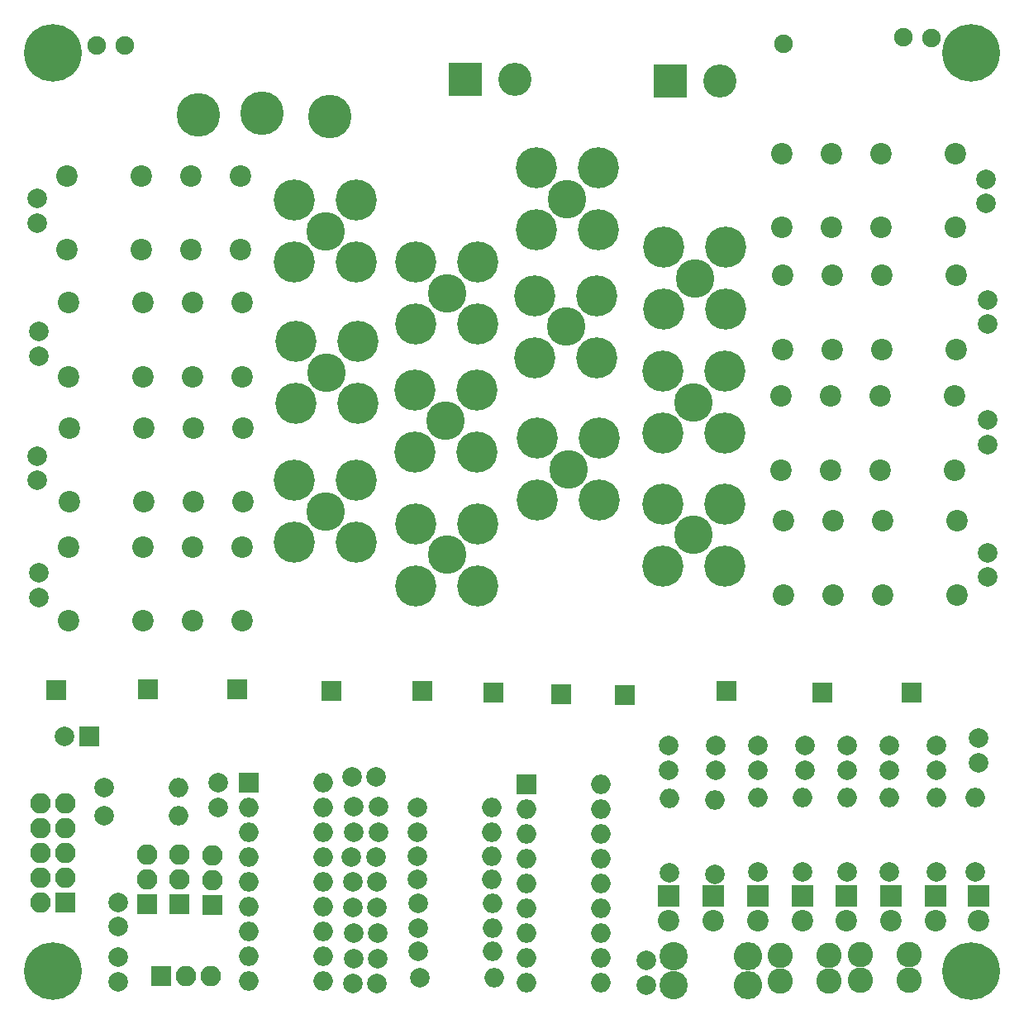
<source format=gbr>
G04 #@! TF.FileFunction,Soldermask,Bot*
%FSLAX46Y46*%
G04 Gerber Fmt 4.6, Leading zero omitted, Abs format (unit mm)*
G04 Created by KiCad (PCBNEW 4.0.7) date 02/25/19 10:12:49*
%MOMM*%
%LPD*%
G01*
G04 APERTURE LIST*
%ADD10C,0.100000*%
%ADD11C,2.200000*%
%ADD12R,2.000000X2.000000*%
%ADD13O,2.000000X2.000000*%
%ADD14C,2.900000*%
%ADD15O,2.900000X2.900000*%
%ADD16R,2.200000X2.200000*%
%ADD17C,2.000000*%
%ADD18R,3.400000X3.400000*%
%ADD19C,3.400000*%
%ADD20R,2.100000X2.100000*%
%ADD21O,2.100000X2.100000*%
%ADD22C,5.900000*%
%ADD23C,2.600000*%
%ADD24O,1.900000X1.900000*%
%ADD25C,4.210000*%
%ADD26C,3.956000*%
%ADD27C,4.464000*%
G04 APERTURE END LIST*
D10*
D11*
X137977900Y-108524200D03*
X127817900Y-108524200D03*
X132897900Y-108524200D03*
X132897900Y-100924200D03*
X137977900Y-100924200D03*
X127817900Y-100924200D03*
X145597900Y-108524200D03*
X145597900Y-100924200D03*
X62161400Y-103565800D03*
X72321400Y-103565800D03*
X67241400Y-103565800D03*
X67241400Y-111165800D03*
X62161400Y-111165800D03*
X72321400Y-111165800D03*
X54541400Y-103565800D03*
X54541400Y-111165800D03*
X62034400Y-65542000D03*
X72194400Y-65542000D03*
X67114400Y-65542000D03*
X67114400Y-73142000D03*
X62034400Y-73142000D03*
X72194400Y-73142000D03*
X54414400Y-65542000D03*
X54414400Y-73142000D03*
D12*
X73025000Y-127762000D03*
D13*
X80645000Y-148082000D03*
X73025000Y-130302000D03*
X80645000Y-145542000D03*
X73025000Y-132842000D03*
X80645000Y-143002000D03*
X73025000Y-135382000D03*
X80645000Y-140462000D03*
X73025000Y-137922000D03*
X80645000Y-137922000D03*
X73025000Y-140462000D03*
X80645000Y-135382000D03*
X73025000Y-143002000D03*
X80645000Y-132842000D03*
X73025000Y-145542000D03*
X80645000Y-130302000D03*
X73025000Y-148082000D03*
X80645000Y-127762000D03*
D14*
X116586000Y-145542000D03*
D15*
X124206000Y-145542000D03*
D16*
X138811000Y-139319000D03*
D11*
X138811000Y-141859000D03*
D16*
X125222000Y-139319000D03*
D11*
X125222000Y-141859000D03*
D17*
X143510000Y-136906000D03*
D13*
X143510000Y-129286000D03*
D16*
X120650000Y-139319000D03*
D11*
X120650000Y-141859000D03*
D12*
X101473000Y-127889000D03*
D13*
X109093000Y-148209000D03*
X101473000Y-130429000D03*
X109093000Y-145669000D03*
X101473000Y-132969000D03*
X109093000Y-143129000D03*
X101473000Y-135509000D03*
X109093000Y-140589000D03*
X101473000Y-138049000D03*
X109093000Y-138049000D03*
X101473000Y-140589000D03*
X109093000Y-135509000D03*
X101473000Y-143129000D03*
X109093000Y-132969000D03*
X101473000Y-145669000D03*
X109093000Y-130429000D03*
X101473000Y-148209000D03*
X109093000Y-127889000D03*
D18*
X116230400Y-55880000D03*
D19*
X121310400Y-55880000D03*
D17*
X116078000Y-123952000D03*
X116078000Y-126452000D03*
X120904000Y-123952000D03*
X120904000Y-126452000D03*
X125222000Y-123952000D03*
X125222000Y-126452000D03*
X130048000Y-123952000D03*
X130048000Y-126452000D03*
X134366000Y-123952000D03*
X134366000Y-126452000D03*
X138684000Y-123952000D03*
X138684000Y-126452000D03*
X143510000Y-123952000D03*
X143510000Y-126452000D03*
X147828000Y-123190000D03*
X147828000Y-125690000D03*
X69926200Y-130225800D03*
X69926200Y-127725800D03*
D20*
X69342000Y-140258800D03*
D21*
X69342000Y-137718800D03*
X69342000Y-135178800D03*
D20*
X65963800Y-140182600D03*
D21*
X65963800Y-137642600D03*
X65963800Y-135102600D03*
D20*
X62611000Y-140182600D03*
D21*
X62611000Y-137642600D03*
X62611000Y-135102600D03*
D18*
X95211900Y-55651400D03*
D19*
X100291900Y-55651400D03*
D22*
X53000000Y-147000000D03*
X147002500Y-147002500D03*
D16*
X129794000Y-139319000D03*
D11*
X129794000Y-141859000D03*
D16*
X134239000Y-139319000D03*
D11*
X134239000Y-141859000D03*
D16*
X143383000Y-139319000D03*
D11*
X143383000Y-141859000D03*
D16*
X147828000Y-139319000D03*
D11*
X147828000Y-141859000D03*
D17*
X116141500Y-136969500D03*
D13*
X116141500Y-129349500D03*
D17*
X120777000Y-137160000D03*
D13*
X120777000Y-129540000D03*
D17*
X125222000Y-136906000D03*
D13*
X125222000Y-129286000D03*
D17*
X129794000Y-136906000D03*
D13*
X129794000Y-129286000D03*
D17*
X134366000Y-136906000D03*
D13*
X134366000Y-129286000D03*
D17*
X138684000Y-136906000D03*
D13*
X138684000Y-129286000D03*
D17*
X147447000Y-136906000D03*
D13*
X147447000Y-129286000D03*
D17*
X86106000Y-127152400D03*
X83606000Y-127152400D03*
D20*
X140970000Y-118491000D03*
X111569500Y-118745000D03*
X90805000Y-118300500D03*
X98107500Y-118491000D03*
X53340000Y-118237000D03*
X81470500Y-118300500D03*
X105029000Y-118681500D03*
X62674500Y-118173500D03*
X71818500Y-118173500D03*
X121983500Y-118364000D03*
X131826000Y-118491000D03*
D17*
X90297000Y-130302000D03*
D13*
X97917000Y-130302000D03*
D17*
X90297000Y-132842000D03*
D13*
X97917000Y-132842000D03*
D17*
X90297000Y-135255000D03*
D13*
X97917000Y-135255000D03*
D17*
X90297000Y-137668000D03*
D13*
X97917000Y-137668000D03*
D17*
X90424000Y-140081000D03*
D13*
X98044000Y-140081000D03*
D17*
X90424000Y-142621000D03*
D13*
X98044000Y-142621000D03*
D17*
X90424000Y-145034000D03*
D13*
X98044000Y-145034000D03*
D17*
X90551000Y-147701000D03*
D13*
X98171000Y-147701000D03*
D16*
X116078000Y-139319000D03*
D11*
X116078000Y-141859000D03*
D17*
X83820000Y-130175000D03*
X86320000Y-130175000D03*
X83820000Y-132842000D03*
X86320000Y-132842000D03*
X83566000Y-135382000D03*
X86066000Y-135382000D03*
X83693000Y-137922000D03*
X86193000Y-137922000D03*
X83693000Y-140525500D03*
X86193000Y-140525500D03*
X83756500Y-143129000D03*
X86256500Y-143129000D03*
X83756500Y-145796000D03*
X86256500Y-145796000D03*
X83693000Y-148272500D03*
X86193000Y-148272500D03*
D14*
X116586000Y-148463000D03*
D15*
X124206000Y-148463000D03*
D17*
X59664600Y-148132800D03*
X59664600Y-145632800D03*
X59690000Y-142494000D03*
X59690000Y-139994000D03*
D20*
X54203600Y-140035280D03*
D21*
X51663600Y-140035280D03*
X54203600Y-137495280D03*
X51663600Y-137495280D03*
X54203600Y-134955280D03*
X51663600Y-134955280D03*
X54203600Y-132415280D03*
X51663600Y-132415280D03*
X54203600Y-129875280D03*
X51663600Y-129875280D03*
D17*
X51536600Y-81508600D03*
X51536600Y-84008600D03*
X51384200Y-94259400D03*
X51384200Y-96759400D03*
X51511200Y-106222800D03*
X51511200Y-108722800D03*
X51320700Y-67894200D03*
X51320700Y-70394200D03*
X148729700Y-106680000D03*
X148729700Y-104180000D03*
X148691600Y-93091000D03*
X148691600Y-90591000D03*
X148755100Y-80746600D03*
X148755100Y-78246600D03*
X148590000Y-68402200D03*
X148590000Y-65902200D03*
D12*
X56657240Y-123027440D03*
D17*
X54157240Y-123027440D03*
D23*
X127508000Y-148005800D03*
X132508000Y-148005800D03*
X140665200Y-147980400D03*
X135665200Y-147980400D03*
D20*
X64068960Y-147579080D03*
D21*
X66608960Y-147579080D03*
X69148960Y-147579080D03*
D17*
X113792000Y-148437600D03*
X113792000Y-145937600D03*
D23*
X127467360Y-145409920D03*
X132467360Y-145409920D03*
X140655040Y-145348960D03*
X135655040Y-145348960D03*
D22*
X147000000Y-53000000D03*
D24*
X127787400Y-52057300D03*
X142951200Y-51460400D03*
X140068300Y-51396900D03*
X57492900Y-52197000D03*
X60363100Y-52222400D03*
D22*
X53000000Y-53000000D03*
D25*
X121920000Y-72898000D03*
D26*
X118745000Y-76073000D03*
D25*
X121920000Y-79248000D03*
X115570000Y-72898000D03*
X115570000Y-79248000D03*
X108839000Y-64770000D03*
D26*
X105664000Y-67945000D03*
D25*
X108839000Y-71120000D03*
X102489000Y-64770000D03*
X102489000Y-71120000D03*
X121793000Y-85598000D03*
D26*
X118618000Y-88773000D03*
D25*
X121793000Y-91948000D03*
X115443000Y-85598000D03*
X115443000Y-91948000D03*
X102362000Y-77851000D03*
D26*
X105537000Y-81026000D03*
D25*
X108712000Y-77851000D03*
X102362000Y-84201000D03*
X108712000Y-84201000D03*
X115443000Y-105537000D03*
D26*
X118618000Y-102362000D03*
D25*
X115443000Y-99187000D03*
X121793000Y-105537000D03*
X121793000Y-99187000D03*
X102616000Y-98806000D03*
D26*
X105791000Y-95631000D03*
D25*
X102616000Y-92456000D03*
X108966000Y-98806000D03*
X108966000Y-92456000D03*
X77724000Y-103124000D03*
D26*
X80899000Y-99949000D03*
D25*
X77724000Y-96774000D03*
X84074000Y-103124000D03*
X84074000Y-96774000D03*
X96520000Y-107569000D03*
D26*
X93345000Y-104394000D03*
D25*
X90170000Y-107569000D03*
X96520000Y-101219000D03*
X90170000Y-101219000D03*
X77851000Y-82550000D03*
D26*
X81026000Y-85725000D03*
D25*
X84201000Y-82550000D03*
X77851000Y-88900000D03*
X84201000Y-88900000D03*
X90043000Y-87503000D03*
D26*
X93218000Y-90678000D03*
D25*
X96393000Y-87503000D03*
X90043000Y-93853000D03*
X96393000Y-93853000D03*
X77724000Y-74422000D03*
D26*
X80899000Y-71247000D03*
D25*
X77724000Y-68072000D03*
X84074000Y-74422000D03*
X84074000Y-68072000D03*
X96520000Y-74422000D03*
D26*
X93345000Y-77597000D03*
D25*
X96520000Y-80772000D03*
X90170000Y-74422000D03*
X90170000Y-80772000D03*
D11*
X137812800Y-70856000D03*
X127652800Y-70856000D03*
X132732800Y-70856000D03*
X132732800Y-63256000D03*
X137812800Y-63256000D03*
X127652800Y-63256000D03*
X145432800Y-70856000D03*
X145432800Y-63256000D03*
X137863600Y-83378200D03*
X127703600Y-83378200D03*
X132783600Y-83378200D03*
X132783600Y-75778200D03*
X137863600Y-75778200D03*
X127703600Y-75778200D03*
X145483600Y-83378200D03*
X145483600Y-75778200D03*
X137762000Y-95722600D03*
X127602000Y-95722600D03*
X132682000Y-95722600D03*
X132682000Y-88122600D03*
X137762000Y-88122600D03*
X127602000Y-88122600D03*
X145382000Y-95722600D03*
X145382000Y-88122600D03*
X62275700Y-91373800D03*
X72435700Y-91373800D03*
X67355700Y-91373800D03*
X67355700Y-98973800D03*
X62275700Y-98973800D03*
X72435700Y-98973800D03*
X54655700Y-91373800D03*
X54655700Y-98973800D03*
X62161400Y-78534100D03*
X72321400Y-78534100D03*
X67241400Y-78534100D03*
X67241400Y-86134100D03*
X62161400Y-86134100D03*
X72321400Y-86134100D03*
X54541400Y-78534100D03*
X54541400Y-86134100D03*
D27*
X67843400Y-59347100D03*
X81305400Y-59461400D03*
X74371200Y-59182000D03*
D17*
X58216800Y-128219200D03*
D13*
X65836800Y-128219200D03*
D17*
X58191400Y-131140200D03*
D13*
X65811400Y-131140200D03*
M02*

</source>
